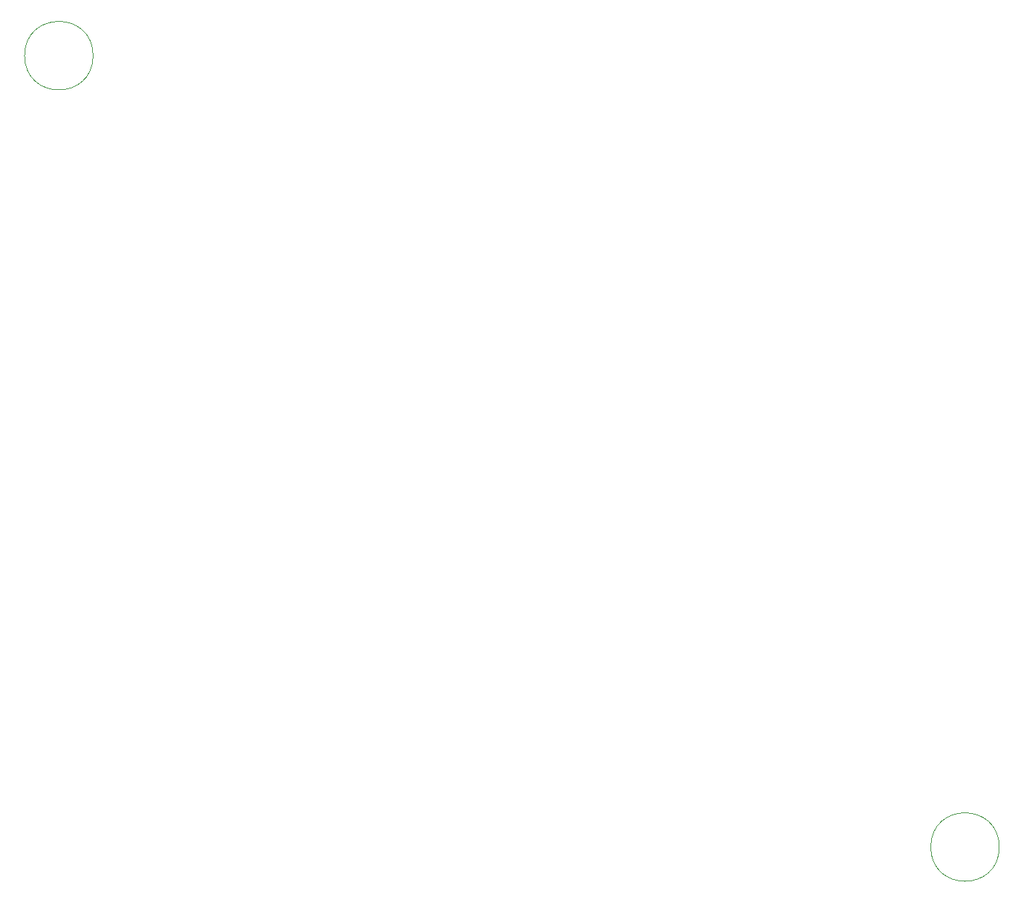
<source format=gbr>
G04 #@! TF.GenerationSoftware,KiCad,Pcbnew,(5.0.0)*
G04 #@! TF.CreationDate,2019-01-25T09:41:45+01:00*
G04 #@! TF.ProjectId,cosi_pwr,636F73695F7077722E6B696361645F70,0.1*
G04 #@! TF.SameCoordinates,Original*
G04 #@! TF.FileFunction,Other,User*
%FSLAX46Y46*%
G04 Gerber Fmt 4.6, Leading zero omitted, Abs format (unit mm)*
G04 Created by KiCad (PCBNEW (5.0.0)) date 01/25/19 09:41:45*
%MOMM*%
%LPD*%
G01*
G04 APERTURE LIST*
%ADD10C,0.050000*%
G04 APERTURE END LIST*
D10*
G04 #@! TO.C,REF\002A\002A*
X80454000Y-44323000D02*
G75*
G03X80454000Y-44323000I-4000000J0D01*
G01*
X186245000Y-136779000D02*
G75*
G03X186245000Y-136779000I-4000000J0D01*
G01*
G04 #@! TD*
M02*

</source>
